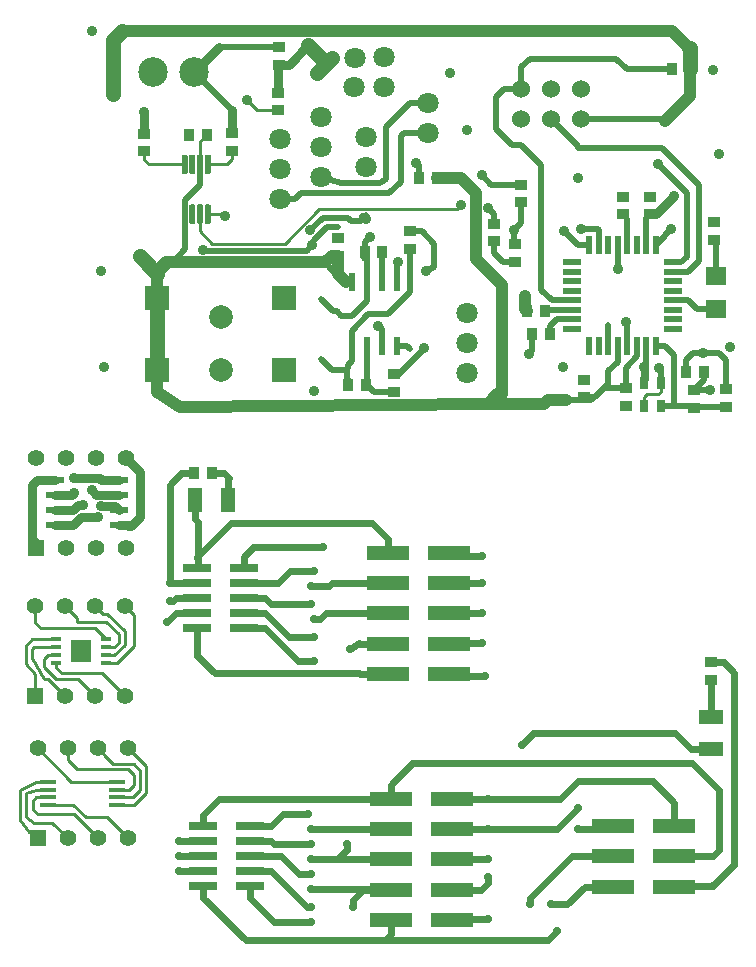
<source format=gtl>
G04 #@! TF.GenerationSoftware,KiCad,Pcbnew,5.1.5-52549c5~86~ubuntu18.04.1*
G04 #@! TF.CreationDate,2020-12-07T22:39:35-08:00*
G04 #@! TF.ProjectId,multiple_PCBs,6d756c74-6970-46c6-955f-504342732e6b,rev?*
G04 #@! TF.SameCoordinates,Original*
G04 #@! TF.FileFunction,Copper,L1,Top*
G04 #@! TF.FilePolarity,Positive*
%FSLAX46Y46*%
G04 Gerber Fmt 4.6, Leading zero omitted, Abs format (unit mm)*
G04 Created by KiCad (PCBNEW 5.1.5-52549c5~86~ubuntu18.04.1) date 2020-12-07 22:39:35*
%MOMM*%
%LPD*%
G04 APERTURE LIST*
%ADD10R,1.397000X1.397000*%
%ADD11C,1.397000*%
%ADD12R,1.550000X0.600000*%
%ADD13R,1.450000X0.450000*%
%ADD14R,1.680000X1.880000*%
%ADD15R,0.890000X0.420000*%
%ADD16R,2.400000X0.760000*%
%ADD17R,3.560000X1.270000*%
%ADD18R,1.250000X2.000000*%
%ADD19R,2.000000X1.250000*%
%ADD20R,0.899160X1.000760*%
%ADD21R,1.000760X0.899160*%
%ADD22C,1.800000*%
%ADD23C,0.050000*%
%ADD24R,1.000000X0.900000*%
%ADD25R,0.900000X1.000000*%
%ADD26C,2.500000*%
%ADD27R,0.600000X1.550000*%
%ADD28R,1.800860X1.597660*%
%ADD29C,1.998980*%
%ADD30R,1.998980X1.998980*%
%ADD31C,1.524000*%
%ADD32R,0.550000X1.600000*%
%ADD33R,1.600000X0.550000*%
%ADD34R,0.800000X1.000000*%
%ADD35C,0.889000*%
%ADD36C,0.700000*%
%ADD37C,0.762000*%
%ADD38C,0.254000*%
%ADD39C,0.600000*%
%ADD40C,0.508000*%
%ADD41C,1.016000*%
%ADD42C,1.270000*%
G04 APERTURE END LIST*
D10*
X140090000Y-103710000D03*
D11*
X142630000Y-103710000D03*
X145170000Y-103710000D03*
X147710000Y-103710000D03*
X147710000Y-96090000D03*
X145170000Y-96090000D03*
X142630000Y-96090000D03*
X140090000Y-96090000D03*
D10*
X140208000Y-128270000D03*
D11*
X142748000Y-128270000D03*
X145288000Y-128270000D03*
X147828000Y-128270000D03*
X147828000Y-120650000D03*
X145288000Y-120650000D03*
X142748000Y-120650000D03*
X140208000Y-120650000D03*
D10*
X139990000Y-116210000D03*
D11*
X142530000Y-116210000D03*
X145070000Y-116210000D03*
X147610000Y-116210000D03*
X147610000Y-108590000D03*
X145070000Y-108590000D03*
X142530000Y-108590000D03*
X139990000Y-108590000D03*
D12*
X141700000Y-97895000D03*
X141700000Y-99165000D03*
X141700000Y-100435000D03*
X141700000Y-101705000D03*
X147100000Y-101705000D03*
X147100000Y-100435000D03*
X147100000Y-99165000D03*
X147100000Y-97895000D03*
D13*
X146968000Y-123485000D03*
X146968000Y-124135000D03*
X146968000Y-124785000D03*
X146968000Y-125435000D03*
X141068000Y-125435000D03*
X141068000Y-124785000D03*
X141068000Y-124135000D03*
X141068000Y-123485000D03*
D14*
X143900000Y-112400000D03*
D15*
X146005000Y-111425000D03*
X146005000Y-112075000D03*
X146005000Y-112725000D03*
X146005000Y-113375000D03*
X141795000Y-113375000D03*
X141795000Y-112725000D03*
X141795000Y-112075000D03*
X141795000Y-111425000D03*
D16*
X157652000Y-109220000D03*
X157652000Y-110490000D03*
X153752000Y-110490000D03*
X153752000Y-109220000D03*
X153752000Y-105410000D03*
X153752000Y-106680000D03*
X153752000Y-107950000D03*
X157652000Y-107950000D03*
X157652000Y-106680000D03*
X157652000Y-105410000D03*
X158160000Y-127254000D03*
X158160000Y-128524000D03*
X158160000Y-129794000D03*
X154260000Y-129794000D03*
X154260000Y-128524000D03*
X154260000Y-127254000D03*
X154260000Y-131064000D03*
X154260000Y-132334000D03*
X158160000Y-132334000D03*
X158160000Y-131064000D03*
D17*
X175325000Y-124968000D03*
X175325000Y-127508000D03*
X175325000Y-130048000D03*
X170115000Y-130048000D03*
X170115000Y-127508000D03*
X170115000Y-124968000D03*
X170115000Y-132608000D03*
X170115000Y-135148000D03*
X175325000Y-135148000D03*
X175325000Y-132608000D03*
X175071000Y-111780000D03*
X175071000Y-114320000D03*
X169861000Y-114320000D03*
X169861000Y-111780000D03*
X169861000Y-104140000D03*
X169861000Y-106680000D03*
X169861000Y-109220000D03*
X175071000Y-109220000D03*
X175071000Y-106680000D03*
X175071000Y-104140000D03*
X194121000Y-132354000D03*
X188911000Y-132354000D03*
X188911000Y-127254000D03*
X188911000Y-129794000D03*
X194121000Y-129794000D03*
X194121000Y-127254000D03*
D18*
X153581000Y-99648000D03*
X156331000Y-99648000D03*
D19*
X197196000Y-117963000D03*
X197196000Y-120713000D03*
D20*
X153444160Y-97338000D03*
X154947840Y-97338000D03*
D21*
X197196000Y-114841680D03*
X197196000Y-113338000D03*
D22*
X167113000Y-62229000D03*
X166970000Y-64626000D03*
X169510000Y-64626000D03*
X169510000Y-62086000D03*
G04 #@! TA.AperFunction,SMDPad,CuDef*
D23*
G36*
X152802252Y-74596602D02*
G01*
X152814386Y-74598402D01*
X152826286Y-74601382D01*
X152837835Y-74605515D01*
X152848925Y-74610760D01*
X152859446Y-74617066D01*
X152869299Y-74624374D01*
X152878388Y-74632612D01*
X152886626Y-74641701D01*
X152893934Y-74651554D01*
X152900240Y-74662075D01*
X152905485Y-74673165D01*
X152909618Y-74684714D01*
X152912598Y-74696614D01*
X152914398Y-74708748D01*
X152915000Y-74721000D01*
X152915000Y-76096000D01*
X152914398Y-76108252D01*
X152912598Y-76120386D01*
X152909618Y-76132286D01*
X152905485Y-76143835D01*
X152900240Y-76154925D01*
X152893934Y-76165446D01*
X152886626Y-76175299D01*
X152878388Y-76184388D01*
X152869299Y-76192626D01*
X152859446Y-76199934D01*
X152848925Y-76206240D01*
X152837835Y-76211485D01*
X152826286Y-76215618D01*
X152814386Y-76218598D01*
X152802252Y-76220398D01*
X152790000Y-76221000D01*
X152540000Y-76221000D01*
X152527748Y-76220398D01*
X152515614Y-76218598D01*
X152503714Y-76215618D01*
X152492165Y-76211485D01*
X152481075Y-76206240D01*
X152470554Y-76199934D01*
X152460701Y-76192626D01*
X152451612Y-76184388D01*
X152443374Y-76175299D01*
X152436066Y-76165446D01*
X152429760Y-76154925D01*
X152424515Y-76143835D01*
X152420382Y-76132286D01*
X152417402Y-76120386D01*
X152415602Y-76108252D01*
X152415000Y-76096000D01*
X152415000Y-74721000D01*
X152415602Y-74708748D01*
X152417402Y-74696614D01*
X152420382Y-74684714D01*
X152424515Y-74673165D01*
X152429760Y-74662075D01*
X152436066Y-74651554D01*
X152443374Y-74641701D01*
X152451612Y-74632612D01*
X152460701Y-74624374D01*
X152470554Y-74617066D01*
X152481075Y-74610760D01*
X152492165Y-74605515D01*
X152503714Y-74601382D01*
X152515614Y-74598402D01*
X152527748Y-74596602D01*
X152540000Y-74596000D01*
X152790000Y-74596000D01*
X152802252Y-74596602D01*
G37*
G04 #@! TD.AperFunction*
G04 #@! TA.AperFunction,SMDPad,CuDef*
G36*
X153452252Y-74596602D02*
G01*
X153464386Y-74598402D01*
X153476286Y-74601382D01*
X153487835Y-74605515D01*
X153498925Y-74610760D01*
X153509446Y-74617066D01*
X153519299Y-74624374D01*
X153528388Y-74632612D01*
X153536626Y-74641701D01*
X153543934Y-74651554D01*
X153550240Y-74662075D01*
X153555485Y-74673165D01*
X153559618Y-74684714D01*
X153562598Y-74696614D01*
X153564398Y-74708748D01*
X153565000Y-74721000D01*
X153565000Y-76096000D01*
X153564398Y-76108252D01*
X153562598Y-76120386D01*
X153559618Y-76132286D01*
X153555485Y-76143835D01*
X153550240Y-76154925D01*
X153543934Y-76165446D01*
X153536626Y-76175299D01*
X153528388Y-76184388D01*
X153519299Y-76192626D01*
X153509446Y-76199934D01*
X153498925Y-76206240D01*
X153487835Y-76211485D01*
X153476286Y-76215618D01*
X153464386Y-76218598D01*
X153452252Y-76220398D01*
X153440000Y-76221000D01*
X153190000Y-76221000D01*
X153177748Y-76220398D01*
X153165614Y-76218598D01*
X153153714Y-76215618D01*
X153142165Y-76211485D01*
X153131075Y-76206240D01*
X153120554Y-76199934D01*
X153110701Y-76192626D01*
X153101612Y-76184388D01*
X153093374Y-76175299D01*
X153086066Y-76165446D01*
X153079760Y-76154925D01*
X153074515Y-76143835D01*
X153070382Y-76132286D01*
X153067402Y-76120386D01*
X153065602Y-76108252D01*
X153065000Y-76096000D01*
X153065000Y-74721000D01*
X153065602Y-74708748D01*
X153067402Y-74696614D01*
X153070382Y-74684714D01*
X153074515Y-74673165D01*
X153079760Y-74662075D01*
X153086066Y-74651554D01*
X153093374Y-74641701D01*
X153101612Y-74632612D01*
X153110701Y-74624374D01*
X153120554Y-74617066D01*
X153131075Y-74610760D01*
X153142165Y-74605515D01*
X153153714Y-74601382D01*
X153165614Y-74598402D01*
X153177748Y-74596602D01*
X153190000Y-74596000D01*
X153440000Y-74596000D01*
X153452252Y-74596602D01*
G37*
G04 #@! TD.AperFunction*
G04 #@! TA.AperFunction,SMDPad,CuDef*
G36*
X154102252Y-74596602D02*
G01*
X154114386Y-74598402D01*
X154126286Y-74601382D01*
X154137835Y-74605515D01*
X154148925Y-74610760D01*
X154159446Y-74617066D01*
X154169299Y-74624374D01*
X154178388Y-74632612D01*
X154186626Y-74641701D01*
X154193934Y-74651554D01*
X154200240Y-74662075D01*
X154205485Y-74673165D01*
X154209618Y-74684714D01*
X154212598Y-74696614D01*
X154214398Y-74708748D01*
X154215000Y-74721000D01*
X154215000Y-76096000D01*
X154214398Y-76108252D01*
X154212598Y-76120386D01*
X154209618Y-76132286D01*
X154205485Y-76143835D01*
X154200240Y-76154925D01*
X154193934Y-76165446D01*
X154186626Y-76175299D01*
X154178388Y-76184388D01*
X154169299Y-76192626D01*
X154159446Y-76199934D01*
X154148925Y-76206240D01*
X154137835Y-76211485D01*
X154126286Y-76215618D01*
X154114386Y-76218598D01*
X154102252Y-76220398D01*
X154090000Y-76221000D01*
X153840000Y-76221000D01*
X153827748Y-76220398D01*
X153815614Y-76218598D01*
X153803714Y-76215618D01*
X153792165Y-76211485D01*
X153781075Y-76206240D01*
X153770554Y-76199934D01*
X153760701Y-76192626D01*
X153751612Y-76184388D01*
X153743374Y-76175299D01*
X153736066Y-76165446D01*
X153729760Y-76154925D01*
X153724515Y-76143835D01*
X153720382Y-76132286D01*
X153717402Y-76120386D01*
X153715602Y-76108252D01*
X153715000Y-76096000D01*
X153715000Y-74721000D01*
X153715602Y-74708748D01*
X153717402Y-74696614D01*
X153720382Y-74684714D01*
X153724515Y-74673165D01*
X153729760Y-74662075D01*
X153736066Y-74651554D01*
X153743374Y-74641701D01*
X153751612Y-74632612D01*
X153760701Y-74624374D01*
X153770554Y-74617066D01*
X153781075Y-74610760D01*
X153792165Y-74605515D01*
X153803714Y-74601382D01*
X153815614Y-74598402D01*
X153827748Y-74596602D01*
X153840000Y-74596000D01*
X154090000Y-74596000D01*
X154102252Y-74596602D01*
G37*
G04 #@! TD.AperFunction*
G04 #@! TA.AperFunction,SMDPad,CuDef*
G36*
X154752252Y-74596602D02*
G01*
X154764386Y-74598402D01*
X154776286Y-74601382D01*
X154787835Y-74605515D01*
X154798925Y-74610760D01*
X154809446Y-74617066D01*
X154819299Y-74624374D01*
X154828388Y-74632612D01*
X154836626Y-74641701D01*
X154843934Y-74651554D01*
X154850240Y-74662075D01*
X154855485Y-74673165D01*
X154859618Y-74684714D01*
X154862598Y-74696614D01*
X154864398Y-74708748D01*
X154865000Y-74721000D01*
X154865000Y-76096000D01*
X154864398Y-76108252D01*
X154862598Y-76120386D01*
X154859618Y-76132286D01*
X154855485Y-76143835D01*
X154850240Y-76154925D01*
X154843934Y-76165446D01*
X154836626Y-76175299D01*
X154828388Y-76184388D01*
X154819299Y-76192626D01*
X154809446Y-76199934D01*
X154798925Y-76206240D01*
X154787835Y-76211485D01*
X154776286Y-76215618D01*
X154764386Y-76218598D01*
X154752252Y-76220398D01*
X154740000Y-76221000D01*
X154490000Y-76221000D01*
X154477748Y-76220398D01*
X154465614Y-76218598D01*
X154453714Y-76215618D01*
X154442165Y-76211485D01*
X154431075Y-76206240D01*
X154420554Y-76199934D01*
X154410701Y-76192626D01*
X154401612Y-76184388D01*
X154393374Y-76175299D01*
X154386066Y-76165446D01*
X154379760Y-76154925D01*
X154374515Y-76143835D01*
X154370382Y-76132286D01*
X154367402Y-76120386D01*
X154365602Y-76108252D01*
X154365000Y-76096000D01*
X154365000Y-74721000D01*
X154365602Y-74708748D01*
X154367402Y-74696614D01*
X154370382Y-74684714D01*
X154374515Y-74673165D01*
X154379760Y-74662075D01*
X154386066Y-74651554D01*
X154393374Y-74641701D01*
X154401612Y-74632612D01*
X154410701Y-74624374D01*
X154420554Y-74617066D01*
X154431075Y-74610760D01*
X154442165Y-74605515D01*
X154453714Y-74601382D01*
X154465614Y-74598402D01*
X154477748Y-74596602D01*
X154490000Y-74596000D01*
X154740000Y-74596000D01*
X154752252Y-74596602D01*
G37*
G04 #@! TD.AperFunction*
G04 #@! TA.AperFunction,SMDPad,CuDef*
G36*
X154752252Y-70371602D02*
G01*
X154764386Y-70373402D01*
X154776286Y-70376382D01*
X154787835Y-70380515D01*
X154798925Y-70385760D01*
X154809446Y-70392066D01*
X154819299Y-70399374D01*
X154828388Y-70407612D01*
X154836626Y-70416701D01*
X154843934Y-70426554D01*
X154850240Y-70437075D01*
X154855485Y-70448165D01*
X154859618Y-70459714D01*
X154862598Y-70471614D01*
X154864398Y-70483748D01*
X154865000Y-70496000D01*
X154865000Y-71871000D01*
X154864398Y-71883252D01*
X154862598Y-71895386D01*
X154859618Y-71907286D01*
X154855485Y-71918835D01*
X154850240Y-71929925D01*
X154843934Y-71940446D01*
X154836626Y-71950299D01*
X154828388Y-71959388D01*
X154819299Y-71967626D01*
X154809446Y-71974934D01*
X154798925Y-71981240D01*
X154787835Y-71986485D01*
X154776286Y-71990618D01*
X154764386Y-71993598D01*
X154752252Y-71995398D01*
X154740000Y-71996000D01*
X154490000Y-71996000D01*
X154477748Y-71995398D01*
X154465614Y-71993598D01*
X154453714Y-71990618D01*
X154442165Y-71986485D01*
X154431075Y-71981240D01*
X154420554Y-71974934D01*
X154410701Y-71967626D01*
X154401612Y-71959388D01*
X154393374Y-71950299D01*
X154386066Y-71940446D01*
X154379760Y-71929925D01*
X154374515Y-71918835D01*
X154370382Y-71907286D01*
X154367402Y-71895386D01*
X154365602Y-71883252D01*
X154365000Y-71871000D01*
X154365000Y-70496000D01*
X154365602Y-70483748D01*
X154367402Y-70471614D01*
X154370382Y-70459714D01*
X154374515Y-70448165D01*
X154379760Y-70437075D01*
X154386066Y-70426554D01*
X154393374Y-70416701D01*
X154401612Y-70407612D01*
X154410701Y-70399374D01*
X154420554Y-70392066D01*
X154431075Y-70385760D01*
X154442165Y-70380515D01*
X154453714Y-70376382D01*
X154465614Y-70373402D01*
X154477748Y-70371602D01*
X154490000Y-70371000D01*
X154740000Y-70371000D01*
X154752252Y-70371602D01*
G37*
G04 #@! TD.AperFunction*
G04 #@! TA.AperFunction,SMDPad,CuDef*
G36*
X154102252Y-70371602D02*
G01*
X154114386Y-70373402D01*
X154126286Y-70376382D01*
X154137835Y-70380515D01*
X154148925Y-70385760D01*
X154159446Y-70392066D01*
X154169299Y-70399374D01*
X154178388Y-70407612D01*
X154186626Y-70416701D01*
X154193934Y-70426554D01*
X154200240Y-70437075D01*
X154205485Y-70448165D01*
X154209618Y-70459714D01*
X154212598Y-70471614D01*
X154214398Y-70483748D01*
X154215000Y-70496000D01*
X154215000Y-71871000D01*
X154214398Y-71883252D01*
X154212598Y-71895386D01*
X154209618Y-71907286D01*
X154205485Y-71918835D01*
X154200240Y-71929925D01*
X154193934Y-71940446D01*
X154186626Y-71950299D01*
X154178388Y-71959388D01*
X154169299Y-71967626D01*
X154159446Y-71974934D01*
X154148925Y-71981240D01*
X154137835Y-71986485D01*
X154126286Y-71990618D01*
X154114386Y-71993598D01*
X154102252Y-71995398D01*
X154090000Y-71996000D01*
X153840000Y-71996000D01*
X153827748Y-71995398D01*
X153815614Y-71993598D01*
X153803714Y-71990618D01*
X153792165Y-71986485D01*
X153781075Y-71981240D01*
X153770554Y-71974934D01*
X153760701Y-71967626D01*
X153751612Y-71959388D01*
X153743374Y-71950299D01*
X153736066Y-71940446D01*
X153729760Y-71929925D01*
X153724515Y-71918835D01*
X153720382Y-71907286D01*
X153717402Y-71895386D01*
X153715602Y-71883252D01*
X153715000Y-71871000D01*
X153715000Y-70496000D01*
X153715602Y-70483748D01*
X153717402Y-70471614D01*
X153720382Y-70459714D01*
X153724515Y-70448165D01*
X153729760Y-70437075D01*
X153736066Y-70426554D01*
X153743374Y-70416701D01*
X153751612Y-70407612D01*
X153760701Y-70399374D01*
X153770554Y-70392066D01*
X153781075Y-70385760D01*
X153792165Y-70380515D01*
X153803714Y-70376382D01*
X153815614Y-70373402D01*
X153827748Y-70371602D01*
X153840000Y-70371000D01*
X154090000Y-70371000D01*
X154102252Y-70371602D01*
G37*
G04 #@! TD.AperFunction*
G04 #@! TA.AperFunction,SMDPad,CuDef*
G36*
X153452252Y-70371602D02*
G01*
X153464386Y-70373402D01*
X153476286Y-70376382D01*
X153487835Y-70380515D01*
X153498925Y-70385760D01*
X153509446Y-70392066D01*
X153519299Y-70399374D01*
X153528388Y-70407612D01*
X153536626Y-70416701D01*
X153543934Y-70426554D01*
X153550240Y-70437075D01*
X153555485Y-70448165D01*
X153559618Y-70459714D01*
X153562598Y-70471614D01*
X153564398Y-70483748D01*
X153565000Y-70496000D01*
X153565000Y-71871000D01*
X153564398Y-71883252D01*
X153562598Y-71895386D01*
X153559618Y-71907286D01*
X153555485Y-71918835D01*
X153550240Y-71929925D01*
X153543934Y-71940446D01*
X153536626Y-71950299D01*
X153528388Y-71959388D01*
X153519299Y-71967626D01*
X153509446Y-71974934D01*
X153498925Y-71981240D01*
X153487835Y-71986485D01*
X153476286Y-71990618D01*
X153464386Y-71993598D01*
X153452252Y-71995398D01*
X153440000Y-71996000D01*
X153190000Y-71996000D01*
X153177748Y-71995398D01*
X153165614Y-71993598D01*
X153153714Y-71990618D01*
X153142165Y-71986485D01*
X153131075Y-71981240D01*
X153120554Y-71974934D01*
X153110701Y-71967626D01*
X153101612Y-71959388D01*
X153093374Y-71950299D01*
X153086066Y-71940446D01*
X153079760Y-71929925D01*
X153074515Y-71918835D01*
X153070382Y-71907286D01*
X153067402Y-71895386D01*
X153065602Y-71883252D01*
X153065000Y-71871000D01*
X153065000Y-70496000D01*
X153065602Y-70483748D01*
X153067402Y-70471614D01*
X153070382Y-70459714D01*
X153074515Y-70448165D01*
X153079760Y-70437075D01*
X153086066Y-70426554D01*
X153093374Y-70416701D01*
X153101612Y-70407612D01*
X153110701Y-70399374D01*
X153120554Y-70392066D01*
X153131075Y-70385760D01*
X153142165Y-70380515D01*
X153153714Y-70376382D01*
X153165614Y-70373402D01*
X153177748Y-70371602D01*
X153190000Y-70371000D01*
X153440000Y-70371000D01*
X153452252Y-70371602D01*
G37*
G04 #@! TD.AperFunction*
G04 #@! TA.AperFunction,SMDPad,CuDef*
G36*
X152802252Y-70371602D02*
G01*
X152814386Y-70373402D01*
X152826286Y-70376382D01*
X152837835Y-70380515D01*
X152848925Y-70385760D01*
X152859446Y-70392066D01*
X152869299Y-70399374D01*
X152878388Y-70407612D01*
X152886626Y-70416701D01*
X152893934Y-70426554D01*
X152900240Y-70437075D01*
X152905485Y-70448165D01*
X152909618Y-70459714D01*
X152912598Y-70471614D01*
X152914398Y-70483748D01*
X152915000Y-70496000D01*
X152915000Y-71871000D01*
X152914398Y-71883252D01*
X152912598Y-71895386D01*
X152909618Y-71907286D01*
X152905485Y-71918835D01*
X152900240Y-71929925D01*
X152893934Y-71940446D01*
X152886626Y-71950299D01*
X152878388Y-71959388D01*
X152869299Y-71967626D01*
X152859446Y-71974934D01*
X152848925Y-71981240D01*
X152837835Y-71986485D01*
X152826286Y-71990618D01*
X152814386Y-71993598D01*
X152802252Y-71995398D01*
X152790000Y-71996000D01*
X152540000Y-71996000D01*
X152527748Y-71995398D01*
X152515614Y-71993598D01*
X152503714Y-71990618D01*
X152492165Y-71986485D01*
X152481075Y-71981240D01*
X152470554Y-71974934D01*
X152460701Y-71967626D01*
X152451612Y-71959388D01*
X152443374Y-71950299D01*
X152436066Y-71940446D01*
X152429760Y-71929925D01*
X152424515Y-71918835D01*
X152420382Y-71907286D01*
X152417402Y-71895386D01*
X152415602Y-71883252D01*
X152415000Y-71871000D01*
X152415000Y-70496000D01*
X152415602Y-70483748D01*
X152417402Y-70471614D01*
X152420382Y-70459714D01*
X152424515Y-70448165D01*
X152429760Y-70437075D01*
X152436066Y-70426554D01*
X152443374Y-70416701D01*
X152451612Y-70407612D01*
X152460701Y-70399374D01*
X152470554Y-70392066D01*
X152481075Y-70385760D01*
X152492165Y-70380515D01*
X152503714Y-70376382D01*
X152515614Y-70373402D01*
X152527748Y-70371602D01*
X152540000Y-70371000D01*
X152790000Y-70371000D01*
X152802252Y-70371602D01*
G37*
G04 #@! TD.AperFunction*
D22*
X167990000Y-68846160D03*
X167990000Y-71386160D03*
X173228000Y-68569840D03*
X173228000Y-66029840D03*
D24*
X165690000Y-78957840D03*
D21*
X165690000Y-77454160D03*
X180594000Y-77978000D03*
D24*
X180594000Y-79481680D03*
D25*
X154531840Y-68686000D03*
D20*
X153028160Y-68686000D03*
D21*
X160680000Y-62806000D03*
D24*
X160680000Y-61302320D03*
X160550000Y-66637840D03*
D21*
X160550000Y-65134160D03*
X156690000Y-68542320D03*
X156690000Y-70046000D03*
X149240000Y-70106000D03*
X149240000Y-68602320D03*
D22*
X160740000Y-69066000D03*
X160740000Y-71606000D03*
X160740000Y-74146000D03*
D26*
X149989940Y-63356000D03*
X153490060Y-63356000D03*
D21*
X170420000Y-88934160D03*
X170420000Y-90437840D03*
D20*
X167991840Y-89856000D03*
X166488160Y-89856000D03*
D21*
X171740000Y-76854160D03*
X171740000Y-78357840D03*
D20*
X167913160Y-78581000D03*
X169416840Y-78581000D03*
X173990000Y-72356000D03*
X172486320Y-72356000D03*
D21*
X178816000Y-76210160D03*
X178816000Y-77713840D03*
D27*
X166835000Y-86556000D03*
X168105000Y-86556000D03*
X169375000Y-86556000D03*
X170645000Y-86556000D03*
X170645000Y-81156000D03*
X169375000Y-81156000D03*
X168105000Y-81156000D03*
X166835000Y-81156000D03*
D22*
X164190000Y-67216000D03*
X164190000Y-69756000D03*
X164190000Y-72296000D03*
D21*
X186436000Y-89418160D03*
D24*
X186436000Y-90921840D03*
X189992000Y-90170000D03*
D21*
X189992000Y-91673680D03*
X192024000Y-73924160D03*
D24*
X192024000Y-75427840D03*
X189738000Y-75427840D03*
D21*
X189738000Y-73924160D03*
D24*
X198490000Y-91707840D03*
D21*
X198490000Y-90204160D03*
D20*
X195138160Y-88756000D03*
D25*
X196641840Y-88756000D03*
D28*
X197612000Y-83461860D03*
X197612000Y-80622140D03*
D29*
X155702000Y-84089240D03*
D30*
X150291800Y-88590120D03*
X150291800Y-82489040D03*
X161117280Y-88590120D03*
X161117280Y-82489040D03*
D29*
X155702000Y-88590120D03*
D31*
X186230000Y-64786000D03*
X183690000Y-64786000D03*
X181150000Y-64786000D03*
X181150000Y-67326000D03*
X183690000Y-67326000D03*
X186230000Y-67326000D03*
D22*
X176530000Y-88900000D03*
X176530000Y-86360000D03*
X176530000Y-83820000D03*
D20*
X193938160Y-63156000D03*
X195441840Y-63156000D03*
D21*
X195790000Y-91807840D03*
X195790000Y-90304160D03*
D20*
X183143680Y-83631000D03*
X181640000Y-83631000D03*
X182088160Y-85581000D03*
X183591840Y-85581000D03*
D21*
X197490000Y-77607840D03*
X197490000Y-76104160D03*
D32*
X186938000Y-86546000D03*
X187738000Y-86546000D03*
X188538000Y-86546000D03*
X189338000Y-86546000D03*
X190138000Y-86546000D03*
X190938000Y-86546000D03*
X191738000Y-86546000D03*
X192538000Y-86546000D03*
D33*
X193988000Y-85096000D03*
X193988000Y-84296000D03*
X193988000Y-83496000D03*
X193988000Y-82696000D03*
X193988000Y-81896000D03*
X193988000Y-81096000D03*
X193988000Y-80296000D03*
X193988000Y-79496000D03*
D32*
X192538000Y-78046000D03*
X191738000Y-78046000D03*
X190938000Y-78046000D03*
X190138000Y-78046000D03*
X189338000Y-78046000D03*
X188538000Y-78046000D03*
X187738000Y-78046000D03*
X186938000Y-78046000D03*
D33*
X185488000Y-79496000D03*
X185488000Y-80296000D03*
X185488000Y-81096000D03*
X185488000Y-81896000D03*
X185488000Y-82696000D03*
X185488000Y-83496000D03*
X185488000Y-84296000D03*
X185488000Y-85096000D03*
D34*
X191528000Y-89678000D03*
X191528000Y-91678000D03*
X193028000Y-89678000D03*
X193028000Y-91678000D03*
D21*
X181102000Y-74411840D03*
D24*
X181102000Y-72908160D03*
D35*
X143256000Y-99060000D03*
X144018000Y-100076000D03*
X145288000Y-101092000D03*
X145542000Y-100090500D03*
X144780000Y-98806000D03*
X143256000Y-97790000D03*
D36*
X163576000Y-111252000D03*
X177800000Y-111760000D03*
X163576000Y-113284000D03*
X178054000Y-114554000D03*
X151130000Y-109982000D03*
X166624000Y-112268000D03*
X151384000Y-106680000D03*
X163322000Y-106934000D03*
X151384000Y-108204000D03*
X163576000Y-109728000D03*
X163322000Y-108458000D03*
X177800000Y-109220000D03*
X163576000Y-105664000D03*
X177800000Y-106680000D03*
X164338000Y-103632000D03*
X177800000Y-104394000D03*
X163068000Y-126238000D03*
X178308000Y-124968000D03*
X181196000Y-120338000D03*
X163322000Y-128778000D03*
X178308000Y-127508000D03*
X185928000Y-125730000D03*
X197358000Y-132334000D03*
X163322000Y-131318000D03*
X178308000Y-130048000D03*
X152146000Y-129794000D03*
X163322000Y-130048000D03*
X183642000Y-133858000D03*
X166370000Y-128778000D03*
X152146000Y-128524000D03*
X163322000Y-127508000D03*
X152146000Y-131064000D03*
X163322000Y-132588000D03*
X181864000Y-133858000D03*
X166878000Y-134112000D03*
X184150000Y-136144000D03*
X185928000Y-127508000D03*
X163322000Y-135382000D03*
X178308000Y-135128000D03*
X163322000Y-134112000D03*
X178308000Y-131572000D03*
D35*
X172280000Y-71086000D03*
X177800000Y-72136000D03*
X157910000Y-65776000D03*
X149240000Y-66756000D03*
X169060000Y-84848500D03*
X176022000Y-74676000D03*
X178372500Y-74930000D03*
X194112625Y-73857375D03*
X193294000Y-67564000D03*
X148844000Y-78994000D03*
X146558000Y-65278000D03*
X156090000Y-75586000D03*
X163640000Y-90356000D03*
X163150000Y-61126000D03*
X163490000Y-78056000D03*
X154224858Y-78453500D03*
X168040000Y-75856000D03*
X163280265Y-76796265D03*
X184658000Y-88392000D03*
X192840000Y-88482000D03*
X196515000Y-87156000D03*
X189330000Y-80056000D03*
X189992000Y-84582000D03*
X144780000Y-59944000D03*
X145542000Y-80264000D03*
X145796000Y-88392000D03*
X197358000Y-63246000D03*
X197866000Y-70358000D03*
X185928000Y-72390000D03*
X175139940Y-63456000D03*
X176530000Y-68326000D03*
X172940000Y-86756000D03*
X173140000Y-80226000D03*
X170688000Y-79502000D03*
X180580000Y-76726000D03*
X184815000Y-76856000D03*
X197140000Y-90281000D03*
X191516000Y-88392000D03*
X198815000Y-86656000D03*
X192715000Y-71156000D03*
X193802000Y-76708000D03*
X181815000Y-87256000D03*
X181490000Y-82306000D03*
X181640000Y-83631000D03*
X186190000Y-76631000D03*
X168388967Y-77337798D03*
D37*
X140163000Y-97895000D02*
X141700000Y-97895000D01*
X139700000Y-98358000D02*
X140163000Y-97895000D01*
X139700000Y-102870000D02*
X139700000Y-98358000D01*
X140090000Y-103260000D02*
X139700000Y-102870000D01*
X140090000Y-103710000D02*
X140090000Y-103260000D01*
X143151000Y-99165000D02*
X141700000Y-99165000D01*
X143256000Y-99060000D02*
X143151000Y-99165000D01*
X144018000Y-100076000D02*
X143596000Y-100076000D01*
X143596000Y-100076000D02*
X143237000Y-100435000D01*
X143237000Y-100435000D02*
X141700000Y-100435000D01*
X143237000Y-101705000D02*
X143850000Y-101092000D01*
X141700000Y-101705000D02*
X143237000Y-101705000D01*
X143850000Y-101092000D02*
X145288000Y-101092000D01*
X147770802Y-101705000D02*
X147919802Y-101854000D01*
X147100000Y-101705000D02*
X147770802Y-101705000D01*
X147919802Y-101854000D02*
X148082000Y-101854000D01*
X148082000Y-101854000D02*
X148844000Y-101092000D01*
X148844000Y-97224000D02*
X147710000Y-96090000D01*
X148844000Y-101092000D02*
X148844000Y-97224000D01*
X147100000Y-100435000D02*
X146755500Y-100090500D01*
X146755500Y-100090500D02*
X145542000Y-100090500D01*
X147100000Y-99165000D02*
X145139000Y-99165000D01*
X145139000Y-99165000D02*
X144780000Y-98806000D01*
X145458000Y-97790000D02*
X145563000Y-97895000D01*
X145563000Y-97895000D02*
X147100000Y-97895000D01*
X143256000Y-97790000D02*
X145458000Y-97790000D01*
D38*
X141068000Y-123485000D02*
X140089000Y-123485000D01*
X139446000Y-127762000D02*
X140208000Y-128270000D01*
X138684000Y-126746000D02*
X139446000Y-127762000D01*
X138684000Y-124206000D02*
X138684000Y-126746000D01*
X140089000Y-123485000D02*
X138684000Y-124206000D01*
X141422499Y-126944499D02*
X142748000Y-128270000D01*
X139192000Y-126492000D02*
X139898499Y-126944499D01*
X139898499Y-126944499D02*
X141422499Y-126944499D01*
X139192000Y-124460000D02*
X139192000Y-126492000D01*
X141068000Y-124135000D02*
X140089000Y-124135000D01*
X140089000Y-124135000D02*
X139192000Y-124460000D01*
X140089000Y-124785000D02*
X141068000Y-124785000D01*
X139800010Y-125830010D02*
X139800010Y-125073990D01*
X140208000Y-126238000D02*
X139800010Y-125830010D01*
X139800010Y-125073990D02*
X140089000Y-124785000D01*
X143256000Y-126238000D02*
X140208000Y-126238000D01*
X145288000Y-128270000D02*
X143256000Y-126238000D01*
X141068000Y-125435000D02*
X143215000Y-125435000D01*
X143215000Y-125435000D02*
X144272000Y-126492000D01*
X146050000Y-126492000D02*
X147828000Y-128270000D01*
X144272000Y-126492000D02*
X146050000Y-126492000D01*
X146968000Y-125435000D02*
X148377000Y-125435000D01*
X148377000Y-125435000D02*
X149352000Y-124460000D01*
X149352000Y-122174000D02*
X147828000Y-120650000D01*
X149352000Y-124460000D02*
X149352000Y-122174000D01*
X148265000Y-124785000D02*
X148844000Y-124206000D01*
X146968000Y-124785000D02*
X148265000Y-124785000D01*
X148844000Y-124206000D02*
X148844000Y-122581990D01*
X145986499Y-121348499D02*
X145288000Y-120650000D01*
X148844000Y-122581990D02*
X148391501Y-121975501D01*
X148391501Y-121975501D02*
X146613501Y-121975501D01*
X146613501Y-121975501D02*
X145986499Y-121348499D01*
X142748000Y-121666000D02*
X142748000Y-120650000D01*
X147947000Y-124135000D02*
X148336000Y-123746000D01*
X146968000Y-124135000D02*
X147947000Y-124135000D01*
X147828000Y-122428000D02*
X143510000Y-122428000D01*
X148336000Y-123746000D02*
X148336000Y-122936000D01*
X148336000Y-122936000D02*
X147828000Y-122428000D01*
X143510000Y-122428000D02*
X142748000Y-121666000D01*
X143043000Y-123485000D02*
X140208000Y-120650000D01*
X146968000Y-123485000D02*
X143043000Y-123485000D01*
X146005000Y-111425000D02*
X145969000Y-111425000D01*
X145969000Y-111425000D02*
X145034000Y-110490000D01*
X145034000Y-110490000D02*
X140462000Y-110490000D01*
X139990000Y-110018000D02*
X139990000Y-108590000D01*
X140462000Y-110490000D02*
X139990000Y-110018000D01*
X146704000Y-112075000D02*
X147066000Y-111713000D01*
X146005000Y-112075000D02*
X146704000Y-112075000D01*
X147066000Y-111713000D02*
X147066000Y-110998000D01*
X145983501Y-109915501D02*
X143576499Y-109915501D01*
X147066000Y-110998000D02*
X145983501Y-109915501D01*
X143576499Y-109636499D02*
X142530000Y-108590000D01*
X143576499Y-109915501D02*
X143576499Y-109636499D01*
X146704000Y-112725000D02*
X147574000Y-111855000D01*
X146005000Y-112725000D02*
X146704000Y-112725000D01*
X147574000Y-111855000D02*
X147574000Y-110744000D01*
X145768499Y-109288499D02*
X145070000Y-108590000D01*
X146118499Y-109288499D02*
X145768499Y-109288499D01*
X147574000Y-110744000D02*
X146118499Y-109288499D01*
X146005000Y-113375000D02*
X146975000Y-113375000D01*
X146975000Y-113375000D02*
X148336000Y-112014000D01*
X148336000Y-109316000D02*
X147610000Y-108590000D01*
X148336000Y-112014000D02*
X148336000Y-109316000D01*
X141795000Y-113839000D02*
X142256000Y-114300000D01*
X141795000Y-113375000D02*
X141795000Y-113839000D01*
X145700000Y-114300000D02*
X147610000Y-116210000D01*
X142256000Y-114300000D02*
X145700000Y-114300000D01*
X141096000Y-112725000D02*
X140716000Y-113105000D01*
X141795000Y-112725000D02*
X141096000Y-112725000D01*
X140716000Y-113105000D02*
X140716000Y-113792000D01*
X140716000Y-113792000D02*
X141732000Y-114808000D01*
X143668000Y-114808000D02*
X145070000Y-116210000D01*
X141732000Y-114808000D02*
X143668000Y-114808000D01*
X139893000Y-112075000D02*
X141795000Y-112075000D01*
X140716000Y-114808000D02*
X139700000Y-113030000D01*
X139700000Y-112268000D02*
X139893000Y-112075000D01*
X139700000Y-113030000D02*
X139700000Y-112268000D01*
X142530000Y-116210000D02*
X141128000Y-114808000D01*
X141128000Y-114808000D02*
X140716000Y-114808000D01*
X139990000Y-116210000D02*
X139990000Y-114336000D01*
X139990000Y-114336000D02*
X139192000Y-113538000D01*
X139192000Y-113538000D02*
X139192000Y-112014000D01*
X139781000Y-111425000D02*
X141795000Y-111425000D01*
X139192000Y-112014000D02*
X139781000Y-111425000D01*
D39*
X155997420Y-97338000D02*
X156386000Y-97726580D01*
X154947840Y-97338000D02*
X155997420Y-97338000D01*
X156331000Y-97781580D02*
X156331000Y-99648000D01*
X156386000Y-97726580D02*
X156331000Y-97781580D01*
D40*
X197612000Y-77729840D02*
X197490000Y-77607840D01*
X197612000Y-80622140D02*
X197612000Y-77729840D01*
D39*
X159452000Y-109220000D02*
X161484000Y-111252000D01*
X157652000Y-109220000D02*
X159452000Y-109220000D01*
X161484000Y-111252000D02*
X163576000Y-111252000D01*
X175091000Y-111760000D02*
X175071000Y-111780000D01*
X177800000Y-111760000D02*
X175091000Y-111760000D01*
X159452000Y-110490000D02*
X162246000Y-113284000D01*
X157652000Y-110490000D02*
X159452000Y-110490000D01*
X162246000Y-113284000D02*
X163576000Y-113284000D01*
X175305000Y-114554000D02*
X175071000Y-114320000D01*
X178054000Y-114554000D02*
X175305000Y-114554000D01*
X167481000Y-114320000D02*
X167461000Y-114300000D01*
X169861000Y-114320000D02*
X167481000Y-114320000D01*
X167461000Y-114300000D02*
X155194000Y-114300000D01*
X153752000Y-112858000D02*
X153752000Y-110490000D01*
X155194000Y-114300000D02*
X153752000Y-112858000D01*
X153752000Y-109220000D02*
X151892000Y-109220000D01*
X151892000Y-109220000D02*
X151130000Y-109982000D01*
X166624000Y-112268000D02*
X167386000Y-111760000D01*
X167386000Y-111760000D02*
X167406000Y-111780000D01*
X167406000Y-111780000D02*
X169861000Y-111780000D01*
X169861000Y-102905000D02*
X169861000Y-104140000D01*
X168556000Y-101600000D02*
X169861000Y-102905000D01*
X156582000Y-101600000D02*
X168556000Y-101600000D01*
X153752000Y-104430000D02*
X156582000Y-101600000D01*
X153581000Y-101248000D02*
X153786000Y-101453000D01*
X153786000Y-101453000D02*
X153786000Y-104818000D01*
X153581000Y-99648000D02*
X153581000Y-101248000D01*
X153752000Y-105410000D02*
X153786000Y-104818000D01*
X153786000Y-104818000D02*
X153752000Y-104430000D01*
X153752000Y-106680000D02*
X151384000Y-106680000D01*
X163322000Y-106934000D02*
X164846000Y-106934000D01*
X165100000Y-106680000D02*
X169861000Y-106680000D01*
X164846000Y-106934000D02*
X165100000Y-106680000D01*
X151384000Y-106185026D02*
X151384000Y-106680000D01*
X151384000Y-98348580D02*
X151384000Y-106185026D01*
X152394580Y-97338000D02*
X151384000Y-98348580D01*
X153444160Y-97338000D02*
X152394580Y-97338000D01*
X151952000Y-107950000D02*
X151698000Y-108204000D01*
X153752000Y-107950000D02*
X151952000Y-107950000D01*
X151698000Y-108204000D02*
X151384000Y-108204000D01*
X163576000Y-109728000D02*
X164084000Y-109728000D01*
X164592000Y-109220000D02*
X169861000Y-109220000D01*
X164084000Y-109728000D02*
X164592000Y-109220000D01*
X159452000Y-107950000D02*
X159960000Y-108458000D01*
X157652000Y-107950000D02*
X159452000Y-107950000D01*
X159960000Y-108458000D02*
X163322000Y-108458000D01*
X177800000Y-109220000D02*
X175071000Y-109220000D01*
X157652000Y-106680000D02*
X160528000Y-106680000D01*
X160528000Y-106680000D02*
X161544000Y-105664000D01*
X161544000Y-105664000D02*
X163576000Y-105664000D01*
X177800000Y-106680000D02*
X175071000Y-106680000D01*
X157652000Y-104430000D02*
X158450000Y-103632000D01*
X157652000Y-105410000D02*
X157652000Y-104430000D01*
X158450000Y-103632000D02*
X164338000Y-103632000D01*
X175325000Y-104394000D02*
X175071000Y-104140000D01*
X177800000Y-104394000D02*
X175325000Y-104394000D01*
X159960000Y-127254000D02*
X160976000Y-126238000D01*
X158160000Y-127254000D02*
X159960000Y-127254000D01*
X160976000Y-126238000D02*
X163068000Y-126238000D01*
X178308000Y-124968000D02*
X175325000Y-124968000D01*
X178308000Y-124968000D02*
X184404000Y-124968000D01*
X184404000Y-124968000D02*
X185928000Y-123444000D01*
X185928000Y-123444000D02*
X192278000Y-123444000D01*
X194121000Y-125287000D02*
X194121000Y-127254000D01*
X192278000Y-123444000D02*
X194121000Y-125287000D01*
X197196000Y-120713000D02*
X195571000Y-120713000D01*
X195571000Y-120713000D02*
X194196000Y-119338000D01*
X194196000Y-119338000D02*
X182196000Y-119338000D01*
X182196000Y-119338000D02*
X181196000Y-120338000D01*
X159960000Y-128524000D02*
X160214000Y-128778000D01*
X158160000Y-128524000D02*
X159960000Y-128524000D01*
X160214000Y-128778000D02*
X163322000Y-128778000D01*
X178308000Y-127508000D02*
X175325000Y-127508000D01*
X178308000Y-127508000D02*
X184150000Y-127508000D01*
X184150000Y-127508000D02*
X185928000Y-125730000D01*
X194141000Y-132334000D02*
X194121000Y-132354000D01*
X197358000Y-132334000D02*
X194141000Y-132334000D01*
X198296380Y-113338000D02*
X199196000Y-114237620D01*
X197196000Y-113338000D02*
X198296380Y-113338000D01*
X199196000Y-130496000D02*
X197354000Y-132338000D01*
X199196000Y-114237620D02*
X199196000Y-130496000D01*
X197354000Y-132338000D02*
X197358000Y-132334000D01*
X158160000Y-129794000D02*
X160782000Y-129794000D01*
X160782000Y-129794000D02*
X162306000Y-131318000D01*
X162306000Y-131318000D02*
X163322000Y-131318000D01*
X178308000Y-130048000D02*
X175325000Y-130048000D01*
X154260000Y-129794000D02*
X152460000Y-129794000D01*
X152460000Y-129794000D02*
X152146000Y-129794000D01*
X186531000Y-132354000D02*
X185027000Y-133858000D01*
X188911000Y-132354000D02*
X186531000Y-132354000D01*
X185027000Y-133858000D02*
X183642000Y-133858000D01*
X165594974Y-130048000D02*
X165100000Y-130048000D01*
X166370000Y-129272974D02*
X165594974Y-130048000D01*
X166370000Y-128778000D02*
X166370000Y-129272974D01*
X163322000Y-130048000D02*
X165100000Y-130048000D01*
X165100000Y-130048000D02*
X170115000Y-130048000D01*
X154260000Y-128524000D02*
X152146000Y-128524000D01*
X163816974Y-127508000D02*
X170115000Y-127508000D01*
X163322000Y-127508000D02*
X163816974Y-127508000D01*
X167735000Y-124968000D02*
X170115000Y-124968000D01*
X155566000Y-124968000D02*
X167735000Y-124968000D01*
X154260000Y-126274000D02*
X155566000Y-124968000D01*
X154260000Y-127254000D02*
X154260000Y-126274000D01*
X170115000Y-123733000D02*
X171928000Y-121920000D01*
X170115000Y-124968000D02*
X170115000Y-123733000D01*
X171928000Y-121920000D02*
X195580000Y-121920000D01*
X195580000Y-121920000D02*
X197866000Y-124206000D01*
X197866000Y-124206000D02*
X197866000Y-129286000D01*
X197358000Y-129794000D02*
X194121000Y-129794000D01*
X197866000Y-129286000D02*
X197358000Y-129794000D01*
X154260000Y-131064000D02*
X152146000Y-131064000D01*
X170095000Y-132588000D02*
X170115000Y-132608000D01*
X163322000Y-132588000D02*
X170095000Y-132588000D01*
X188911000Y-129794000D02*
X185420000Y-129794000D01*
X185420000Y-129794000D02*
X181864000Y-133350000D01*
X181864000Y-133350000D02*
X181864000Y-133858000D01*
X167735000Y-132608000D02*
X166878000Y-133465000D01*
X170115000Y-132608000D02*
X167735000Y-132608000D01*
X166878000Y-133465000D02*
X166878000Y-134112000D01*
X170115000Y-136383000D02*
X170115000Y-135148000D01*
X169592000Y-136906000D02*
X170115000Y-136383000D01*
X157852000Y-136906000D02*
X169592000Y-136906000D01*
X154260000Y-133314000D02*
X157852000Y-136906000D01*
X154260000Y-132334000D02*
X154260000Y-133314000D01*
X169592000Y-136906000D02*
X183388000Y-136906000D01*
X183388000Y-136906000D02*
X184150000Y-136144000D01*
X188657000Y-127508000D02*
X188911000Y-127254000D01*
X185928000Y-127508000D02*
X188657000Y-127508000D01*
X158160000Y-133314000D02*
X160228000Y-135382000D01*
X158160000Y-132334000D02*
X158160000Y-133314000D01*
X160228000Y-135382000D02*
X163322000Y-135382000D01*
X175345000Y-135128000D02*
X175325000Y-135148000D01*
X178308000Y-135128000D02*
X175345000Y-135128000D01*
X159960000Y-131064000D02*
X163008000Y-134112000D01*
X158160000Y-131064000D02*
X159960000Y-131064000D01*
X163008000Y-134112000D02*
X163322000Y-134112000D01*
X178308000Y-131572000D02*
X178308000Y-132066974D01*
X177766974Y-132608000D02*
X175325000Y-132608000D01*
X178308000Y-132066974D02*
X177766974Y-132608000D01*
X197196000Y-117963000D02*
X197196000Y-114841680D01*
D40*
X178816000Y-78711680D02*
X178816000Y-77713840D01*
X180594000Y-79481680D02*
X179586000Y-79481680D01*
X179586000Y-79481680D02*
X178816000Y-78711680D01*
X172486320Y-72356000D02*
X172486320Y-71292320D01*
X172486320Y-71292320D02*
X172280000Y-71086000D01*
X178572160Y-72908160D02*
X177800000Y-72136000D01*
X181102000Y-72908160D02*
X178572160Y-72908160D01*
D37*
X156690000Y-68542320D02*
X156690000Y-66555940D01*
X155543740Y-61302320D02*
X153490060Y-63356000D01*
D40*
X160680000Y-61302320D02*
X155543740Y-61302320D01*
X156690000Y-66555940D02*
X153490060Y-63356000D01*
D38*
X160550000Y-66637840D02*
X158771840Y-66637840D01*
X158771840Y-66637840D02*
X157910000Y-65776000D01*
D37*
X149240000Y-66756000D02*
X149240000Y-68602320D01*
D38*
X156690000Y-70749580D02*
X156690000Y-70046000D01*
X156256080Y-71183500D02*
X156690000Y-70749580D01*
X154615000Y-71183500D02*
X156256080Y-71183500D01*
X149240000Y-70809580D02*
X149240000Y-70106000D01*
X149613920Y-71183500D02*
X149240000Y-70809580D01*
X152665000Y-71183500D02*
X149613920Y-71183500D01*
D40*
X162012792Y-74146000D02*
X162502792Y-73656000D01*
X160740000Y-74146000D02*
X162012792Y-74146000D01*
X162502792Y-73656000D02*
X169970000Y-73656000D01*
X169970000Y-73656000D02*
X170970000Y-72656000D01*
X170970000Y-72656000D02*
X170970000Y-71046000D01*
X170970000Y-70827840D02*
X170942000Y-70799840D01*
X170970000Y-71046000D02*
X170970000Y-70827840D01*
X170942000Y-70799840D02*
X170942000Y-68834000D01*
X171206160Y-68569840D02*
X173228000Y-68569840D01*
X170942000Y-68834000D02*
X171206160Y-68569840D01*
X169375000Y-86556000D02*
X169375000Y-85163500D01*
X169375000Y-85163500D02*
X169060000Y-84848500D01*
D38*
X153965000Y-76851000D02*
X153965000Y-75408500D01*
X155020000Y-77906000D02*
X153965000Y-76851000D01*
X161170000Y-77906000D02*
X155020000Y-77906000D01*
X164060000Y-75016000D02*
X161170000Y-77906000D01*
X166037112Y-75008888D02*
X164060000Y-75016000D01*
X166037112Y-75008888D02*
X166040000Y-75006000D01*
X166040000Y-75006000D02*
X172540000Y-75006000D01*
X172540000Y-75006000D02*
X175692000Y-75006000D01*
X175692000Y-75006000D02*
X176022000Y-74676000D01*
D40*
X178816000Y-76210160D02*
X178816000Y-75373500D01*
X178816000Y-75373500D02*
X178372500Y-74930000D01*
D38*
X153965000Y-69252840D02*
X154531840Y-68686000D01*
X153965000Y-71183500D02*
X153965000Y-69252840D01*
D40*
X152665000Y-75408500D02*
X152665000Y-78331000D01*
X150329800Y-80666200D02*
X150329800Y-82255040D01*
X152665000Y-74596000D02*
X152665000Y-75408500D01*
X152665000Y-74211250D02*
X152665000Y-74596000D01*
X153965000Y-72911250D02*
X152665000Y-74211250D01*
X153965000Y-71183500D02*
X153965000Y-72911250D01*
X152665000Y-78331000D02*
X151640000Y-79456000D01*
X151640000Y-79456000D02*
X150329800Y-80666200D01*
X166027000Y-81156000D02*
X164590000Y-79506000D01*
X152160000Y-79476000D02*
X151640000Y-79456000D01*
D41*
X151093350Y-79476000D02*
X152160000Y-79476000D01*
X150329800Y-80239550D02*
X151093350Y-79476000D01*
X150329800Y-82255040D02*
X150329800Y-80239550D01*
X165690000Y-80496000D02*
X165690000Y-78957840D01*
X166350000Y-81156000D02*
X165690000Y-80496000D01*
D40*
X166350000Y-81156000D02*
X166027000Y-81156000D01*
X166835000Y-81156000D02*
X166350000Y-81156000D01*
D41*
X165138160Y-78957840D02*
X164590000Y-79506000D01*
X165690000Y-78957840D02*
X165138160Y-78957840D01*
X152190000Y-79506000D02*
X152160000Y-79476000D01*
X164590000Y-79506000D02*
X152190000Y-79506000D01*
D42*
X150329800Y-88356120D02*
X150290000Y-87206000D01*
X150290000Y-87206000D02*
X150329800Y-82255040D01*
D41*
X150329800Y-87245800D02*
X150329800Y-90495800D01*
X150290000Y-87206000D02*
X150329800Y-87245800D01*
X150329800Y-90495800D02*
X152250000Y-91726000D01*
X179140000Y-90656000D02*
X178315000Y-91481000D01*
X179515000Y-90656000D02*
X179140000Y-90656000D01*
X179515000Y-81401000D02*
X179515000Y-90656000D01*
X152250000Y-91726000D02*
X178315000Y-91481000D01*
X173990000Y-72356000D02*
X176040000Y-72356000D01*
X176040000Y-72356000D02*
X177320000Y-73636000D01*
X177320000Y-79206000D02*
X179515000Y-81401000D01*
X177320000Y-73636000D02*
X177320000Y-79206000D01*
X183090840Y-91481000D02*
X178315000Y-91481000D01*
X183396000Y-91175840D02*
X183090840Y-91481000D01*
X184912000Y-91175840D02*
X183396000Y-91175840D01*
D40*
X187064000Y-91175840D02*
X184912000Y-91175840D01*
X187282000Y-90957840D02*
X187064000Y-91175840D01*
X191738000Y-75713840D02*
X192024000Y-75427840D01*
X191738000Y-78046000D02*
X191738000Y-75713840D01*
X187444000Y-90921840D02*
X186436000Y-90921840D01*
X188528864Y-89836976D02*
X187444000Y-90921840D01*
X189338000Y-87913854D02*
X188528864Y-88722990D01*
X188528864Y-88722990D02*
X188528864Y-89836976D01*
X189338000Y-86546000D02*
X189338000Y-87913854D01*
X189992000Y-89212000D02*
X189992000Y-90170000D01*
X189992000Y-88404202D02*
X189992000Y-89212000D01*
X190938000Y-87458202D02*
X189992000Y-88404202D01*
X190938000Y-86546000D02*
X190938000Y-87458202D01*
X188195840Y-90170000D02*
X187444000Y-90921840D01*
X189992000Y-90170000D02*
X188195840Y-90170000D01*
D41*
X150291800Y-82489040D02*
X150291800Y-80473550D01*
D37*
X192024000Y-75427840D02*
X192542160Y-75427840D01*
X192542160Y-75427840D02*
X194112625Y-73857375D01*
D42*
X150291800Y-80473550D02*
X150291800Y-80441800D01*
X150291800Y-80441800D02*
X148844000Y-78994000D01*
D41*
X195441840Y-63156000D02*
X195490000Y-63156000D01*
X193916992Y-59882992D02*
X195390000Y-61356000D01*
D42*
X195390000Y-61356000D02*
X195441840Y-61385620D01*
X146558000Y-60706000D02*
X146558000Y-65278000D01*
X147320000Y-59944000D02*
X146558000Y-60706000D01*
X195441840Y-61385620D02*
X195490000Y-63156000D01*
X147320000Y-59882992D02*
X147320000Y-59944000D01*
D41*
X147320000Y-59882992D02*
X186663008Y-59882992D01*
X186663008Y-59882992D02*
X193916992Y-59882992D01*
X195441840Y-65416160D02*
X193294000Y-67564000D01*
X195441840Y-63156000D02*
X195441840Y-65416160D01*
D40*
X193056000Y-67326000D02*
X193294000Y-67564000D01*
X186230000Y-67326000D02*
X193056000Y-67326000D01*
D38*
X154615000Y-75408500D02*
X155912500Y-75408500D01*
X155912500Y-75408500D02*
X156090000Y-75586000D01*
D42*
X165147000Y-62229000D02*
X163900000Y-63476000D01*
D37*
X160550000Y-62936000D02*
X160680000Y-62806000D01*
X160550000Y-65134160D02*
X160550000Y-62936000D01*
X160680000Y-62806000D02*
X161470000Y-62806000D01*
X161470000Y-62806000D02*
X163150000Y-61126000D01*
D42*
X164253000Y-62229000D02*
X163150000Y-61126000D01*
D40*
X164681620Y-76524160D02*
X165690000Y-76524160D01*
X163620000Y-77585780D02*
X164681620Y-76524160D01*
X163490000Y-78056000D02*
X163620000Y-77585780D01*
X171453000Y-86556000D02*
X171753000Y-86856000D01*
X170645000Y-86556000D02*
X171453000Y-86556000D01*
X154271857Y-78500499D02*
X154224858Y-78453500D01*
X163490000Y-78056000D02*
X163045501Y-78500499D01*
X163045501Y-78500499D02*
X154271857Y-78500499D01*
X167750000Y-75821000D02*
X167670000Y-75651000D01*
X167990000Y-75506000D02*
X167640000Y-75806000D01*
X166739002Y-75986000D02*
X167610000Y-75986000D01*
X167610000Y-75986000D02*
X167690000Y-75556000D01*
X167690000Y-75556000D02*
X167699158Y-75556000D01*
X163280265Y-76796265D02*
X164355951Y-75720579D01*
X164355951Y-75720579D02*
X166473581Y-75720579D01*
X166473581Y-75720579D02*
X166739002Y-75986000D01*
X195138160Y-87747620D02*
X195138160Y-88756000D01*
X195729780Y-87156000D02*
X195138160Y-87747620D01*
X198490000Y-87756000D02*
X197890000Y-87156000D01*
X198490000Y-90204160D02*
X198490000Y-87756000D01*
X193028000Y-88670000D02*
X192840000Y-88482000D01*
X193028000Y-89678000D02*
X193028000Y-88670000D01*
X197890000Y-87156000D02*
X196515000Y-87156000D01*
X196515000Y-87156000D02*
X195729780Y-87156000D01*
X189338000Y-78046000D02*
X189338000Y-80048000D01*
X189338000Y-80048000D02*
X189330000Y-80056000D01*
D38*
X193028000Y-90432000D02*
X193028000Y-89678000D01*
X192782000Y-90678000D02*
X193028000Y-90432000D01*
X191774000Y-90678000D02*
X192782000Y-90678000D01*
X191528000Y-90924000D02*
X191774000Y-90678000D01*
X191528000Y-91678000D02*
X191528000Y-90924000D01*
D40*
X190138000Y-86546000D02*
X190138000Y-84728000D01*
X190138000Y-84728000D02*
X189992000Y-84582000D01*
X188538000Y-86546000D02*
X188538000Y-84766000D01*
X171714160Y-66029840D02*
X173228000Y-66029840D01*
X169740000Y-72456000D02*
X169740000Y-68004000D01*
X169190000Y-72806000D02*
X169740000Y-72456000D01*
X164190000Y-72296000D02*
X165890000Y-72806000D01*
X169740000Y-68004000D02*
X171714160Y-66029840D01*
X165890000Y-72806000D02*
X169190000Y-72806000D01*
X170671846Y-89084008D02*
X170420000Y-89084008D01*
X172990000Y-86765854D02*
X170671846Y-89084008D01*
X172940000Y-86756000D02*
X172990000Y-86765854D01*
X168105000Y-89742840D02*
X167991840Y-89856000D01*
X168105000Y-86556000D02*
X168105000Y-89742840D01*
X167991840Y-89856000D02*
X168140000Y-89856000D01*
X168721840Y-90437840D02*
X170420000Y-90437840D01*
X168140000Y-89856000D02*
X168721840Y-90437840D01*
X172748380Y-76854160D02*
X171740000Y-76854160D01*
X173800000Y-79886000D02*
X173800000Y-77905780D01*
X173800000Y-77905780D02*
X172748380Y-76854160D01*
X173140000Y-80226000D02*
X173800000Y-79886000D01*
X170645000Y-81156000D02*
X170645000Y-79545000D01*
X170645000Y-79545000D02*
X170688000Y-79502000D01*
X169375000Y-78622840D02*
X169416840Y-78581000D01*
X169375000Y-81156000D02*
X169375000Y-78622840D01*
D37*
X180580000Y-77964000D02*
X180594000Y-77978000D01*
D40*
X180580000Y-76726000D02*
X180580000Y-77964000D01*
X186938000Y-78046000D02*
X186005000Y-78046000D01*
X186005000Y-78046000D02*
X184815000Y-76856000D01*
X181102000Y-76204000D02*
X180580000Y-76726000D01*
X181102000Y-74411840D02*
X181102000Y-76204000D01*
X190138000Y-75827840D02*
X189738000Y-75427840D01*
X190138000Y-78046000D02*
X190138000Y-75827840D01*
X195660160Y-91678000D02*
X195790000Y-91807840D01*
X195890000Y-91707840D02*
X195790000Y-91807840D01*
X198490000Y-91707840D02*
X195890000Y-91707840D01*
X193321000Y-86546000D02*
X194090000Y-87315000D01*
X192538000Y-86546000D02*
X193321000Y-86546000D01*
X193028000Y-91678000D02*
X194090000Y-91656000D01*
X194090000Y-87315000D02*
X194090000Y-91656000D01*
X194090000Y-91656000D02*
X195660160Y-91678000D01*
X191738000Y-89468000D02*
X191528000Y-89678000D01*
X191738000Y-86546000D02*
X191738000Y-89468000D01*
X196641840Y-89452320D02*
X195790000Y-90304160D01*
X196641840Y-88756000D02*
X196641840Y-89452320D01*
X195813160Y-90281000D02*
X195790000Y-90304160D01*
X197140000Y-90281000D02*
X195813160Y-90281000D01*
X191516000Y-88392000D02*
X191528000Y-89444000D01*
X191528000Y-89444000D02*
X191528000Y-89678000D01*
X195296000Y-82696000D02*
X196065000Y-83465000D01*
X193988000Y-82696000D02*
X195296000Y-82696000D01*
X196068140Y-83461860D02*
X197612000Y-83461860D01*
X196065000Y-83465000D02*
X196068140Y-83461860D01*
X193988000Y-79496000D02*
X194675000Y-79496000D01*
X194675000Y-79496000D02*
X195165000Y-79006000D01*
X195165000Y-79006000D02*
X195165000Y-73606000D01*
X195165000Y-73606000D02*
X192715000Y-71156000D01*
X193802000Y-76708000D02*
X193294000Y-77216000D01*
X193294000Y-77290000D02*
X192538000Y-78046000D01*
X193294000Y-77216000D02*
X193294000Y-77290000D01*
X179710000Y-64786000D02*
X181150000Y-64786000D01*
X179040000Y-65456000D02*
X179710000Y-64786000D01*
X183730000Y-82696000D02*
X182865000Y-81831000D01*
X179040000Y-68181000D02*
X179040000Y-65456000D01*
X185488000Y-82696000D02*
X183730000Y-82696000D01*
X182865000Y-71256000D02*
X181165000Y-69556000D01*
X181165000Y-69556000D02*
X180415000Y-69556000D01*
X182865000Y-81831000D02*
X182865000Y-71256000D01*
X180415000Y-69556000D02*
X179040000Y-68181000D01*
X181150000Y-64786000D02*
X181150000Y-62996000D01*
X181150000Y-62996000D02*
X181890000Y-62256000D01*
X181890000Y-62256000D02*
X189190000Y-62256000D01*
X190090000Y-63156000D02*
X193938160Y-63156000D01*
X189190000Y-62256000D02*
X190090000Y-63156000D01*
X195296000Y-80296000D02*
X196215000Y-79377000D01*
X193988000Y-80296000D02*
X195296000Y-80296000D01*
X196215000Y-79377000D02*
X196215000Y-72906000D01*
X196215000Y-72906000D02*
X193090000Y-69781000D01*
X193090000Y-69781000D02*
X185990000Y-69781000D01*
X185990000Y-69626000D02*
X183690000Y-67326000D01*
X185990000Y-69781000D02*
X185990000Y-69626000D01*
X182088160Y-85581000D02*
X182088160Y-86982840D01*
X182088160Y-86982840D02*
X181815000Y-87256000D01*
D41*
X181490000Y-82306000D02*
X181490000Y-83481000D01*
X181490000Y-83481000D02*
X181640000Y-83631000D01*
D40*
X168105000Y-82772782D02*
X166871782Y-84006000D01*
X168105000Y-81156000D02*
X168105000Y-82772782D01*
X166871782Y-84006000D02*
X165940000Y-84006000D01*
X165940000Y-84006000D02*
X165540000Y-83606000D01*
X165230000Y-83606000D02*
X164240000Y-82616000D01*
X165540000Y-83606000D02*
X165230000Y-83606000D01*
X167994780Y-79221000D02*
X167888160Y-79114380D01*
X167888160Y-79114380D02*
X167913160Y-78581000D01*
X168105000Y-81156000D02*
X168105000Y-79221000D01*
X168105000Y-79221000D02*
X167994780Y-79221000D01*
X187738000Y-76738000D02*
X187681000Y-76681000D01*
X187738000Y-78046000D02*
X187738000Y-76738000D01*
X187681000Y-76681000D02*
X186240000Y-76681000D01*
X186240000Y-76681000D02*
X186190000Y-76631000D01*
X167913160Y-78581000D02*
X167913160Y-77813605D01*
X167913160Y-77813605D02*
X168388967Y-77337798D01*
X183151840Y-83496000D02*
X182991840Y-83656000D01*
X185488000Y-83496000D02*
X183151840Y-83496000D01*
X183591840Y-84884160D02*
X183591840Y-85581000D01*
X184180000Y-84296000D02*
X183591840Y-84884160D01*
X185488000Y-84296000D02*
X184180000Y-84296000D01*
X166835000Y-86556000D02*
X166835000Y-87839000D01*
X166835000Y-87839000D02*
X166488160Y-88185840D01*
X166229999Y-88595999D02*
X166440000Y-88806000D01*
X164240000Y-87696000D02*
X165139999Y-88595999D01*
X166488160Y-88185840D02*
X166440000Y-88806000D01*
X165139999Y-88595999D02*
X166229999Y-88595999D01*
X166440000Y-88806000D02*
X166488160Y-89856000D01*
X168212000Y-83896000D02*
X166835000Y-85273000D01*
X169860000Y-83896000D02*
X168212000Y-83896000D01*
X166835000Y-85273000D02*
X166835000Y-86556000D01*
X171740000Y-78357840D02*
X171740000Y-82016000D01*
X171740000Y-82016000D02*
X169860000Y-83896000D01*
M02*

</source>
